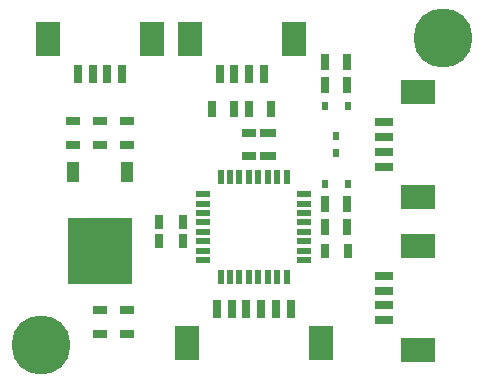
<source format=gbr>
%TF.GenerationSoftware,Altium Limited,Altium Designer,23.11.1 (41)*%
G04 Layer_Color=255*
%FSLAX45Y45*%
%MOMM*%
%TF.SameCoordinates,EE14C10C-1293-43E7-8F5D-FAE76E51A431*%
%TF.FilePolarity,Positive*%
%TF.FileFunction,Pads,Top*%
%TF.Part,Single*%
G01*
G75*
%TA.AperFunction,SMDPad,CuDef*%
%ADD10R,0.50000X1.20000*%
%ADD11R,1.20000X0.50000*%
%ADD12R,1.00000X1.75000*%
%ADD13R,5.50000X5.70000*%
%ADD14R,0.60000X0.80000*%
%ADD15R,0.70000X1.40000*%
%ADD16R,2.00000X3.00000*%
%ADD17R,0.75000X1.50000*%
%ADD18R,3.00000X2.00000*%
%ADD19R,1.50000X0.75000*%
%ADD20R,1.20000X0.75000*%
%ADD21R,0.75000X1.20000*%
%ADD22R,1.40000X0.70000*%
%TA.AperFunction,ViaPad*%
%ADD25C,5.00000*%
D10*
X9720000Y9825000D02*
D03*
X9800000D02*
D03*
X9880000D02*
D03*
X9960000D02*
D03*
X10040000D02*
D03*
X10120000D02*
D03*
X10200000D02*
D03*
X10280000D02*
D03*
Y8975000D02*
D03*
X10200000D02*
D03*
X10120000D02*
D03*
X10040000D02*
D03*
X9960000D02*
D03*
X9880000D02*
D03*
X9800000D02*
D03*
X9720000D02*
D03*
D11*
X10425000Y9680000D02*
D03*
Y9600000D02*
D03*
Y9520000D02*
D03*
Y9440000D02*
D03*
Y9360000D02*
D03*
Y9280000D02*
D03*
Y9200000D02*
D03*
Y9120000D02*
D03*
X9575000D02*
D03*
Y9200000D02*
D03*
Y9280000D02*
D03*
Y9360000D02*
D03*
Y9440000D02*
D03*
Y9520000D02*
D03*
Y9600000D02*
D03*
Y9680000D02*
D03*
D12*
X8928500Y9866500D02*
D03*
X8471500D02*
D03*
D13*
X8700000Y9200000D02*
D03*
D14*
X10800000Y9770000D02*
D03*
X10600000D02*
D03*
X10700000Y10030000D02*
D03*
X10600000Y10430000D02*
D03*
X10800000D02*
D03*
X10700000Y10170000D02*
D03*
D15*
X10793500Y9600000D02*
D03*
X10606500D02*
D03*
X9837500Y10400000D02*
D03*
X9650500D02*
D03*
X9962500D02*
D03*
X10149500D02*
D03*
X10793500Y10800000D02*
D03*
X10606500D02*
D03*
X10606499Y9400000D02*
D03*
X10793499D02*
D03*
X10606500Y10600000D02*
D03*
X10793500D02*
D03*
D16*
X10568960Y8419501D02*
D03*
X9433960D02*
D03*
X9142500Y10990000D02*
D03*
X8257500D02*
D03*
X10342500D02*
D03*
X9457500D02*
D03*
D17*
X10313960Y8709501D02*
D03*
X10063960D02*
D03*
X10188960D02*
D03*
X9938960D02*
D03*
X9688960D02*
D03*
X9813960D02*
D03*
X8762500Y10700000D02*
D03*
X8887500D02*
D03*
X8637500D02*
D03*
X8512500D02*
D03*
X9962500D02*
D03*
X10087500D02*
D03*
X9837500D02*
D03*
X9712500D02*
D03*
D18*
X11390000Y8357500D02*
D03*
Y9242500D02*
D03*
Y9657500D02*
D03*
Y10542500D02*
D03*
D19*
X11100000Y8737500D02*
D03*
Y8612500D02*
D03*
Y8862500D02*
D03*
Y8987500D02*
D03*
Y10037500D02*
D03*
Y9912500D02*
D03*
Y10162500D02*
D03*
Y10287500D02*
D03*
D20*
X8928500Y10100000D02*
D03*
Y10300000D02*
D03*
X8700000Y10100000D02*
D03*
Y10300000D02*
D03*
X8471500Y10100000D02*
D03*
Y10300000D02*
D03*
X8928500Y8700000D02*
D03*
Y8500000D02*
D03*
X8700000Y8700000D02*
D03*
Y8500000D02*
D03*
X9960000Y10000000D02*
D03*
Y10200000D02*
D03*
D21*
X9400000Y9280000D02*
D03*
X9200000D02*
D03*
X9400000Y9440000D02*
D03*
X9200000D02*
D03*
X10600000Y9200000D02*
D03*
X10800000D02*
D03*
D22*
X10120000Y10006500D02*
D03*
Y10193500D02*
D03*
D25*
X8200000Y8400000D02*
D03*
X11600000Y11000000D02*
D03*
%TF.MD5,4a3fb25f1ec025a10b62d77ccdb2a19a*%
M02*

</source>
